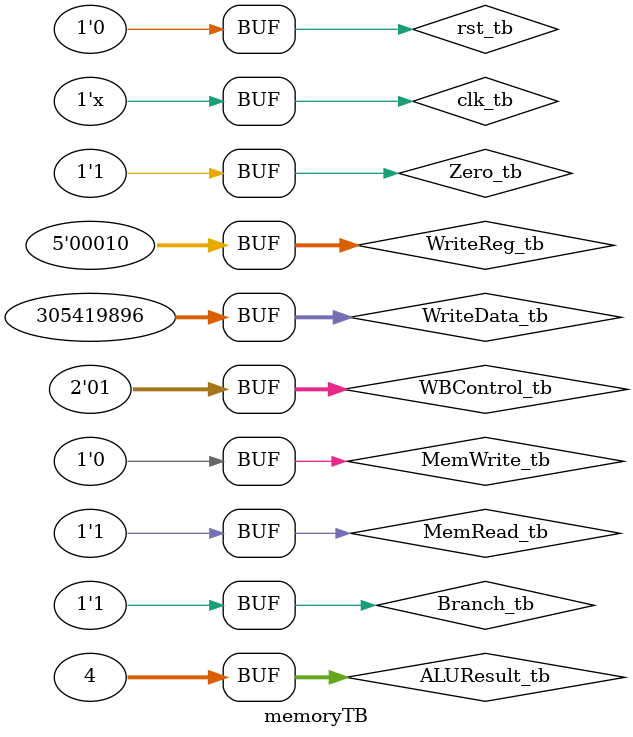
<source format=v>
`timescale 1ns / 1ps

module memoryTB();
    reg clk_tb, rst_tb;
    reg [31:0] ALUResult_tb, WriteData_tb;
    reg [4:0] WriteReg_tb;
    reg [1:0] WBControl_tb;
    reg MemWrite_tb, MemRead_tb, Branch_tb, Zero_tb;
    wire [31:0] ReadData_out_tb, ALUResult_out_tb;
    wire [4:0] WriteReg_out_tb;
    wire [1:0] WBControl_out_tb;
    wire PCSrc_tb;

    memory uut (
        .clk(clk_tb),
        .rst(rst_tb),
        .ALUResult(ALUResult_tb),
        .WriteData(WriteData_tb),
        .WriteReg(WriteReg_tb),
        .WBControl(WBControl_tb),
        .MemWrite(MemWrite_tb),
        .MemRead(MemRead_tb),
        .Branch(Branch_tb),
        .Zero(Zero_tb),
        .ReadData_out(ReadData_out_tb),
        .ALUResult_out(ALUResult_out_tb),
        .WriteReg_out(WriteReg_out_tb),
        .WBControl_out(WBControl_out_tb),
        .PCSrc(PCSrc_tb)
    );

    initial clk_tb = 0;
    always #5 clk_tb = ~clk_tb;

    initial begin
        rst_tb = 1;  
        ALUResult_tb = 32'h00000004;
        WriteData_tb = 32'h12345678;
        WriteReg_tb = 5'h02;
        WBControl_tb = 2'b01;
        MemWrite_tb = 0;
        MemRead_tb = 1;
        Branch_tb = 0;
        Zero_tb = 0;
        #10;

        rst_tb = 0; // Release Reset
        #10;

        // Step 2: Memory Write
        MemWrite_tb = 1;
        MemRead_tb = 0;
        #10; // Allow write to occur

        MemWrite_tb = 0;
        MemRead_tb = 1;
        #10; // Verify write by reading back

        // Step 3: Branch Operation
        Branch_tb = 1;
        Zero_tb = 1;
        #10; // Check PCSrc_tb behavior
    end
endmodule


</source>
